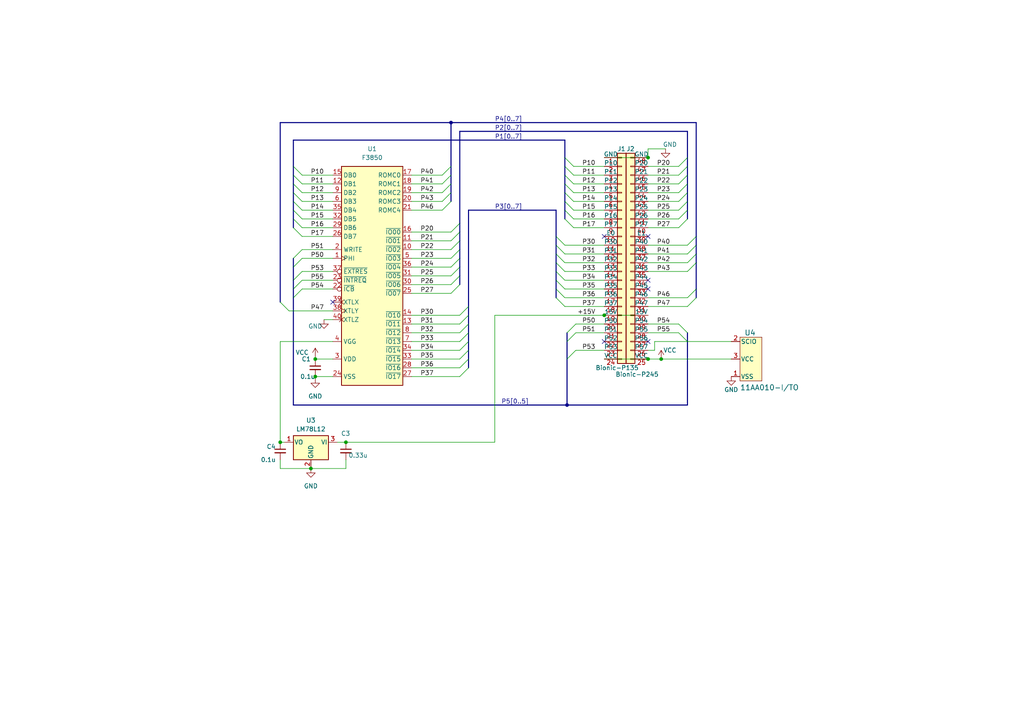
<source format=kicad_sch>
(kicad_sch (version 20230121) (generator eeschema)
  (paper "A4")
  (title_block (title "BionicF3850") (date "2024-03-15") (rev "4") (company "Tadashi G. Takaoka"))
  (lib_symbols
    (symbol "0-LocalLibrary:11AA010-I_TO" (pin_names (offset 0.254))
      (property "Reference" "U" (at 2.54 1.27 0))
      (property "Value" "11AA010-I/TO" (at 3.81 -13.97 0))
      (symbol "11AA010-I_TO_1_1"
        (rectangle (start 0 0) (end 6.35 -12.7) (fill (type background)))
        (pin power_in line (at -2.54 -11.43 0) (length 2.54) (name "VSS") (number "1"))
        (pin bidirectional line (at -2.54 -1.27 0) (length 2.54) (name "SCIO") (number "2"))
        (pin power_in line (at -2.54 -6.35 0) (length 2.54) (name "VCC") (number "3"))
      )
    )
    (symbol "0-LocalLibrary:Bionic-P135" (pin_names (offset 0))
      (property "Reference" "J" (at 0 30.48 0))
      (property "Value" "Bionic-P135" (at -1.27 -33.02 0))
      (symbol "Bionic-P135_1_1"
        (rectangle (start -1.27 -30.353) (end 0 -30.607) (stroke (width 0.1524)))
        (rectangle (start -1.27 -27.813) (end 0 -28.067) (stroke (width 0.1524)))
        (rectangle (start -1.27 -25.273) (end 0 -25.527) (stroke (width 0.1524)))
        (rectangle (start -1.27 -22.733) (end 0 -22.987) (stroke (width 0.1524)))
        (rectangle (start -1.27 -20.193) (end 0 -20.447) (stroke (width 0.1524)))
        (rectangle (start -1.27 -17.653) (end 0 -17.907) (stroke (width 0.1524)))
        (rectangle (start -1.27 -15.113) (end 0 -15.367) (stroke (width 0.1524)))
        (rectangle (start -1.27 -12.573) (end 0 -12.827) (stroke (width 0.1524)))
        (rectangle (start -1.27 -10.033) (end 0 -10.287) (stroke (width 0.1524)))
        (rectangle (start -1.27 -7.493) (end 0 -7.747) (stroke (width 0.1524)))
        (rectangle (start -1.27 -4.953) (end 0 -5.207) (stroke (width 0.1524)))
        (rectangle (start -1.27 -2.413) (end 0 -2.667) (stroke (width 0.1524)))
        (rectangle (start -1.27 0.127) (end 0 -0.127) (stroke (width 0.1524)))
        (rectangle (start -1.27 2.667) (end 0 2.413) (stroke (width 0.1524)))
        (rectangle (start -1.27 5.207) (end 0 4.953) (stroke (width 0.1524)))
        (rectangle (start -1.27 7.747) (end 0 7.493) (stroke (width 0.1524)))
        (rectangle (start -1.27 10.287) (end 0 10.033) (stroke (width 0.1524)))
        (rectangle (start -1.27 12.827) (end 0 12.573) (stroke (width 0.1524)))
        (rectangle (start -1.27 15.367) (end 0 15.113) (stroke (width 0.1524)))
        (rectangle (start -1.27 17.907) (end 0 17.653) (stroke (width 0.1524)))
        (rectangle (start -1.27 20.447) (end 0 20.193) (stroke (width 0.1524)))
        (rectangle (start -1.27 22.987) (end 0 22.733) (stroke (width 0.1524)))
        (rectangle (start -1.27 25.527) (end 0 25.273) (stroke (width 0.1524)))
        (rectangle (start -1.27 28.067) (end 0 27.813) (stroke (width 0.1524)))
        (rectangle (start -1.27 29.21) (end 1.27 -31.75) (stroke (width 0.254)) (fill (type background)))
        (pin power_out line (at -5.08 27.94 0) (length 3.81) (name "GND") (number "1"))
        (pin bidirectional line (at -5.08 5.08 0) (length 3.81) (name "E0") (number "10"))
        (pin bidirectional line (at -5.08 2.54 0) (length 3.81) (name "P30") (number "11"))
        (pin bidirectional line (at -5.08 0 0) (length 3.81) (name "P31") (number "12"))
        (pin bidirectional line (at -5.08 -2.54 0) (length 3.81) (name "P32") (number "13"))
        (pin bidirectional line (at -5.08 -5.08 0) (length 3.81) (name "P33") (number "14"))
        (pin bidirectional line (at -5.08 -7.62 0) (length 3.81) (name "P34") (number "15"))
        (pin bidirectional line (at -5.08 -10.16 0) (length 3.81) (name "P35") (number "16"))
        (pin bidirectional line (at -5.08 -12.7 0) (length 3.81) (name "P36") (number "17"))
        (pin bidirectional line (at -5.08 -15.24 0) (length 3.81) (name "P37") (number "18"))
        (pin power_out line (at -5.08 -17.78 0) (length 3.81) (name "15V") (number "19"))
        (pin bidirectional line (at -5.08 25.4 0) (length 3.81) (name "P10") (number "2"))
        (pin bidirectional line (at -5.08 -20.32 0) (length 3.81) (name "P50") (number "20"))
        (pin bidirectional line (at -5.08 -22.86 0) (length 3.81) (name "P51") (number "21"))
        (pin bidirectional line (at -5.08 -25.4 0) (length 3.81) (name "P52") (number "22"))
        (pin bidirectional line (at -5.08 -27.94 0) (length 3.81) (name "P53") (number "23"))
        (pin power_out line (at -5.08 -30.48 0) (length 3.81) (name "VCC") (number "24"))
        (pin bidirectional line (at -5.08 22.86 0) (length 3.81) (name "P11") (number "3"))
        (pin bidirectional line (at -5.08 20.32 0) (length 3.81) (name "P12") (number "4"))
        (pin bidirectional line (at -5.08 17.78 0) (length 3.81) (name "P13") (number "5"))
        (pin bidirectional line (at -5.08 15.24 0) (length 3.81) (name "P14") (number "6"))
        (pin bidirectional line (at -5.08 12.7 0) (length 3.81) (name "P15") (number "7"))
        (pin bidirectional line (at -5.08 10.16 0) (length 3.81) (name "P16") (number "8"))
        (pin bidirectional line (at -5.08 7.62 0) (length 3.81) (name "P17") (number "9"))
      )
    )
    (symbol "0-LocalLibrary:Bionic-P245" (pin_names (offset 0))
      (property "Reference" "J" (at -3.81 30.48 0))
      (property "Value" "Bionic-P245" (at -1.27 -33.02 0))
      (symbol "Bionic-P245_1_1"
        (rectangle (start -5.08 -31.75) (end -2.54 29.21) (stroke (width 0.254)) (fill (type background)))
        (rectangle (start -3.81 -30.607) (end -2.54 -30.353) (stroke (width 0.1524)))
        (rectangle (start -3.81 -28.067) (end -2.54 -27.813) (stroke (width 0.1524)))
        (rectangle (start -3.81 -25.527) (end -2.54 -25.273) (stroke (width 0.1524)))
        (rectangle (start -3.81 -22.987) (end -2.54 -22.733) (stroke (width 0.1524)))
        (rectangle (start -3.81 -20.447) (end -2.54 -20.193) (stroke (width 0.1524)))
        (rectangle (start -3.81 -17.907) (end -2.54 -17.653) (stroke (width 0.1524)))
        (rectangle (start -3.81 -15.367) (end -2.54 -15.113) (stroke (width 0.1524)))
        (rectangle (start -3.81 -12.827) (end -2.54 -12.573) (stroke (width 0.1524)))
        (rectangle (start -3.81 -10.287) (end -2.54 -10.033) (stroke (width 0.1524)))
        (rectangle (start -3.81 -7.747) (end -2.54 -7.493) (stroke (width 0.1524)))
        (rectangle (start -3.81 -5.207) (end -2.54 -4.953) (stroke (width 0.1524)))
        (rectangle (start -3.81 -2.667) (end -2.54 -2.413) (stroke (width 0.1524)))
        (rectangle (start -3.81 -0.127) (end -2.54 0.127) (stroke (width 0.1524)))
        (rectangle (start -3.81 2.413) (end -2.54 2.667) (stroke (width 0.1524)))
        (rectangle (start -3.81 4.953) (end -2.54 5.207) (stroke (width 0.1524)))
        (rectangle (start -3.81 7.493) (end -2.54 7.747) (stroke (width 0.1524)))
        (rectangle (start -3.81 10.033) (end -2.54 10.287) (stroke (width 0.1524)))
        (rectangle (start -3.81 12.573) (end -2.54 12.827) (stroke (width 0.1524)))
        (rectangle (start -3.81 15.113) (end -2.54 15.367) (stroke (width 0.1524)))
        (rectangle (start -3.81 17.653) (end -2.54 17.907) (stroke (width 0.1524)))
        (rectangle (start -3.81 20.193) (end -2.54 20.447) (stroke (width 0.1524)))
        (rectangle (start -3.81 22.733) (end -2.54 22.987) (stroke (width 0.1524)))
        (rectangle (start -3.81 25.273) (end -2.54 25.527) (stroke (width 0.1524)))
        (rectangle (start -3.81 27.813) (end -2.54 28.067) (stroke (width 0.1524)))
        (pin power_in line (at 1.27 -30.48 180) (length 3.81) (name "VCC") (number "25"))
        (pin bidirectional line (at 1.27 -27.94 180) (length 3.81) (name "P57") (number "26"))
        (pin bidirectional line (at 1.27 -25.4 180) (length 3.81) (name "P56") (number "27"))
        (pin bidirectional line (at 1.27 -22.86 180) (length 3.81) (name "P55") (number "28"))
        (pin bidirectional line (at 1.27 -20.32 180) (length 3.81) (name "P54") (number "29"))
        (pin power_in line (at 1.27 -17.78 180) (length 3.81) (name "15V") (number "30"))
        (pin bidirectional line (at 1.27 -15.24 180) (length 3.81) (name "P47") (number "31"))
        (pin bidirectional line (at 1.27 -12.7 180) (length 3.81) (name "P46") (number "32"))
        (pin bidirectional line (at 1.27 -10.16 180) (length 3.81) (name "P45") (number "33"))
        (pin bidirectional line (at 1.27 -7.62 180) (length 3.81) (name "P44") (number "34"))
        (pin bidirectional line (at 1.27 -5.08 180) (length 3.81) (name "P43") (number "35"))
        (pin bidirectional line (at 1.27 -2.54 180) (length 3.81) (name "P42") (number "36"))
        (pin bidirectional line (at 1.27 0 180) (length 3.81) (name "P41") (number "37"))
        (pin bidirectional line (at 1.27 2.54 180) (length 3.81) (name "P40") (number "38"))
        (pin bidirectional line (at 1.27 5.08 180) (length 3.81) (name "E1") (number "39"))
        (pin bidirectional line (at 1.27 7.62 180) (length 3.81) (name "P27") (number "40"))
        (pin bidirectional line (at 1.27 10.16 180) (length 3.81) (name "P26") (number "41"))
        (pin bidirectional line (at 1.27 12.7 180) (length 3.81) (name "P25") (number "42"))
        (pin bidirectional line (at 1.27 15.24 180) (length 3.81) (name "P24") (number "43"))
        (pin bidirectional line (at 1.27 17.78 180) (length 3.81) (name "P23") (number "44"))
        (pin bidirectional line (at 1.27 20.32 180) (length 3.81) (name "P22") (number "45"))
        (pin bidirectional line (at 1.27 22.86 180) (length 3.81) (name "P21") (number "46"))
        (pin bidirectional line (at 1.27 25.4 180) (length 3.81) (name "P20") (number "47"))
        (pin power_in line (at 1.27 27.94 180) (length 3.81) (name "GND") (number "48"))
      )
    )
    (symbol "0-LocalLibrary:F3850"
      (property "Reference" "U" (at -1.27 31.75 0))
      (property "Value" "F3850" (at 0 -3.81 90))
      (symbol "F3850_0_0"
        (pin bidirectional line (at 11.43 -6.35 180) (length 2.54) (name "~{IO07}") (number "25"))
        (pin input inverted (at -11.43 0 0) (length 2.54) (name "~{EXTRES}") (number "37"))
        (pin input clock (at -11.43 -11.43 0) (length 2.54) (name "XTLY") (number "38"))
      )
      (symbol "F3850_0_1"
        (rectangle (start -8.89 30.48) (end 8.89 -33.02) (stroke (width 0.254)) (fill (type background)))
      )
      (symbol "F3850_1_1"
        (pin output clock (at -11.43 3.81 0) (length 2.54) (name "PHI") (number "1"))
        (pin bidirectional line (at 11.43 6.35 180) (length 2.54) (name "~{IO02}") (number "10"))
        (pin bidirectional line (at 11.43 8.89 180) (length 2.54) (name "~{IO01}") (number "11"))
        (pin bidirectional line (at -11.43 25.4 0) (length 2.54) (name "DB1") (number "12"))
        (pin bidirectional line (at 11.43 -15.24 180) (length 2.54) (name "~{IO11}") (number "13"))
        (pin bidirectional line (at 11.43 -12.7 180) (length 2.54) (name "~{IO10}") (number "14"))
        (pin bidirectional line (at -11.43 27.94 0) (length 2.54) (name "DB0") (number "15"))
        (pin bidirectional line (at 11.43 11.43 180) (length 2.54) (name "~{IO00}") (number "16"))
        (pin output line (at 11.43 27.94 180) (length 2.54) (name "ROMC0") (number "17"))
        (pin output line (at 11.43 25.4 180) (length 2.54) (name "ROMC1") (number "18"))
        (pin output line (at 11.43 22.86 180) (length 2.54) (name "ROMC2") (number "19"))
        (pin output line (at -11.43 6.35 0) (length 2.54) (name "WRITE") (number "2"))
        (pin output line (at 11.43 20.32 180) (length 2.54) (name "ROMC3") (number "20"))
        (pin output line (at 11.43 17.78 180) (length 2.54) (name "ROMC4") (number "21"))
        (pin output inverted (at -11.43 -5.08 0) (length 2.54) (name "~{ICB}") (number "22"))
        (pin input inverted (at -11.43 -2.54 0) (length 2.54) (name "~{INTREQ}") (number "23"))
        (pin power_in line (at -11.43 -30.48 0) (length 2.54) (name "VSS") (number "24"))
        (pin bidirectional line (at -11.43 10.16 0) (length 2.54) (name "DB7") (number "26"))
        (pin bidirectional line (at 11.43 -30.48 180) (length 2.54) (name "~{IO17}") (number "27"))
        (pin bidirectional line (at 11.43 -27.94 180) (length 2.54) (name "~{IO16}") (number "28"))
        (pin bidirectional line (at -11.43 12.7 0) (length 2.54) (name "DB6") (number "29"))
        (pin power_in line (at -11.43 -25.4 0) (length 2.54) (name "VDD") (number "3"))
        (pin bidirectional line (at 11.43 -3.81 180) (length 2.54) (name "~{IO06}") (number "30"))
        (pin bidirectional line (at 11.43 -1.27 180) (length 2.54) (name "~{IO05}") (number "31"))
        (pin bidirectional line (at -11.43 15.24 0) (length 2.54) (name "DB5") (number "32"))
        (pin bidirectional line (at 11.43 -25.4 180) (length 2.54) (name "~{IO15}") (number "33"))
        (pin bidirectional line (at 11.43 -22.86 180) (length 2.54) (name "~{IO14}") (number "34"))
        (pin bidirectional line (at -11.43 17.78 0) (length 2.54) (name "DB4") (number "35"))
        (pin bidirectional line (at 11.43 1.27 180) (length 2.54) (name "~{IO04}") (number "36"))
        (pin input non_logic (at -11.43 -8.89 0) (length 2.54) (name "XTLX") (number "39"))
        (pin power_in line (at -11.43 -20.32 0) (length 2.54) (name "VGG") (number "4"))
        (pin input non_logic (at -11.43 -13.97 0) (length 2.54) (name "XTLZ") (number "40"))
        (pin bidirectional line (at 11.43 3.81 180) (length 2.54) (name "~{IO03}") (number "5"))
        (pin bidirectional line (at -11.43 20.32 0) (length 2.54) (name "DB3") (number "6"))
        (pin bidirectional line (at 11.43 -20.32 180) (length 2.54) (name "~{IO13}") (number "7"))
        (pin bidirectional line (at 11.43 -17.78 180) (length 2.54) (name "~{IO12}") (number "8"))
        (pin bidirectional line (at -11.43 22.86 0) (length 2.54) (name "DB2") (number "9"))
      )
    )
    (symbol "Device:C_Small" (pin_numbers hide) (pin_names (offset 0.254) hide)
      (property "Reference" "C" (at 0.254 1.778 0))
      (property "Value" "C_Small" (at 0.254 -2.032 0))
      (symbol "C_Small_0_1"
        (polyline (pts (xy -1.524 -0.508) (xy 1.524 -0.508)) (stroke (width 0.3302)))
        (polyline (pts (xy -1.524 0.508) (xy 1.524 0.508)) (stroke (width 0.3048)))
      )
      (symbol "C_Small_1_1"
        (pin passive line (at 0 2.54 270) (length 2.032) (name "~") (number "1"))
        (pin passive line (at 0 -2.54 90) (length 2.032) (name "~") (number "2"))
      )
    )
    (symbol "Regulator_Linear:L78L12_TO92" (pin_names (offset 0.254))
      (property "Reference" "U" (at -3.81 3.175 0))
      (property "Value" "L78L12_TO92" (at 0 3.175 0))
      (symbol "L78L12_TO92_0_1"
        (rectangle (start -5.08 -5.08) (end 5.08 1.905) (stroke (width 0.254)) (fill (type background)))
      )
      (symbol "L78L12_TO92_1_1"
        (pin power_out line (at 7.62 0 180) (length 2.54) (name "VO") (number "1"))
        (pin power_in line (at 0 -7.62 90) (length 2.54) (name "GND") (number "2"))
        (pin power_in line (at -7.62 0 0) (length 2.54) (name "VI") (number "3"))
      )
    )
    (symbol "power:GND" (power) (pin_names (offset 0))
      (property "Value" "GND" (at 0 -3.81 0))
      (symbol "GND_0_1"
        (polyline (pts (xy 0 0) (xy 0 -1.27) (xy 1.27 -1.27) (xy 0 -2.54) (xy -1.27 -1.27) (xy 0 -1.27)))
      )
      (symbol "GND_1_1"
        (pin power_in line (at 0 0 270) (length 0) hide (name "GND") (number "1"))
      )
    )
    (symbol "power:VCC" (power) (pin_names (offset 0))
      (property "Value" "VCC" (at 0 3.81 0))
      (symbol "VCC_0_1"
        (polyline (pts (xy -0.762 1.27) (xy 0 2.54)))
        (polyline (pts (xy 0 0) (xy 0 2.54)))
        (polyline (pts (xy 0 2.54) (xy 0.762 1.27)))
      )
      (symbol "VCC_1_1"
        (pin power_in line (at 0 0 90) (length 0) hide (name "VCC") (number "1"))
      )
    )
  )
  (junction (at 130.81 35.56))
  (junction (at 164.465 117.475))
  (junction (at 187.96 104.14))
  (junction (at 90.17 135.89))
  (junction (at 175.26 91.44))
  (junction (at 191.77 104.14))
  (junction (at 100.33 128.27))
  (junction (at 81.28 128.27))
  (junction (at 91.44 109.22))
  (junction (at 187.96 45.72))
  (junction (at 91.44 104.14))
  (no_connect (at 187.96 99.06))
  (no_connect (at 187.96 81.28))
  (no_connect (at 96.52 87.63))
  (no_connect (at 187.96 83.82))
  (no_connect (at 187.96 68.58))
  (no_connect (at 175.26 68.58))
  (no_connect (at 175.26 99.06))
  (bus_entry (at 166.37 66.04) (size -2.54 -2.54))
  (bus_entry (at 161.29 73.66) (size 2.54 2.54))
  (bus_entry (at 167.005 101.6) (size -2.54 2.54))
  (bus_entry (at 199.39 45.72) (size -2.54 2.54))
  (bus_entry (at 130.81 55.88) (size -2.54 2.54))
  (bus_entry (at 201.93 86.36) (size -2.54 2.54))
  (bus_entry (at 167.005 93.98) (size -2.54 2.54))
  (bus_entry (at 87.63 74.93) (size -2.54 2.54))
  (bus_entry (at 87.63 63.5) (size -2.54 -2.54))
  (bus_entry (at 135.89 88.9) (size -2.54 2.54))
  (bus_entry (at 199.39 76.2) (size 2.54 -2.54))
  (bus_entry (at 87.63 58.42) (size -2.54 -2.54))
  (bus_entry (at 161.29 83.82) (size 2.54 2.54))
  (bus_entry (at 201.93 68.58) (size -2.54 2.54))
  (bus_entry (at 130.81 48.26) (size -2.54 2.54))
  (bus_entry (at 135.89 99.06) (size -2.54 2.54))
  (bus_entry (at 199.39 55.88) (size -2.54 2.54))
  (bus_entry (at 130.81 69.85) (size 2.54 -2.54))
  (bus_entry (at 135.89 96.52) (size -2.54 2.54))
  (bus_entry (at 87.63 83.82) (size -2.54 2.54))
  (bus_entry (at 161.29 68.58) (size 2.54 2.54))
  (bus_entry (at 199.39 48.26) (size -2.54 2.54))
  (bus_entry (at 161.29 86.36) (size 2.54 2.54))
  (bus_entry (at 87.63 78.74) (size -2.54 2.54))
  (bus_entry (at 87.63 53.34) (size -2.54 -2.54))
  (bus_entry (at 167.005 96.52) (size -2.54 2.54))
  (bus_entry (at 166.37 48.26) (size -2.54 -2.54))
  (bus_entry (at 166.37 50.8) (size -2.54 -2.54))
  (bus_entry (at 130.81 77.47) (size 2.54 -2.54))
  (bus_entry (at 196.85 93.98) (size 2.54 2.54))
  (bus_entry (at 199.39 86.36) (size 2.54 -2.54))
  (bus_entry (at 199.39 78.74) (size 2.54 -2.54))
  (bus_entry (at 196.85 96.52) (size 2.54 2.54))
  (bus_entry (at 201.93 71.12) (size -2.54 2.54))
  (bus_entry (at 130.81 53.34) (size -2.54 2.54))
  (bus_entry (at 87.63 81.28) (size -2.54 2.54))
  (bus_entry (at 161.29 78.74) (size 2.54 2.54))
  (bus_entry (at 166.37 55.88) (size -2.54 -2.54))
  (bus_entry (at 199.39 60.96) (size -2.54 2.54))
  (bus_entry (at 130.81 80.01) (size 2.54 -2.54))
  (bus_entry (at 87.63 72.39) (size -2.54 2.54))
  (bus_entry (at 87.63 66.04) (size -2.54 -2.54))
  (bus_entry (at 199.39 50.8) (size -2.54 2.54))
  (bus_entry (at 130.81 58.42) (size -2.54 2.54))
  (bus_entry (at 87.63 60.96) (size -2.54 -2.54))
  (bus_entry (at 87.63 50.8) (size -2.54 -2.54))
  (bus_entry (at 161.29 81.28) (size 2.54 2.54))
  (bus_entry (at 133.35 106.68) (size 2.54 -2.54))
  (bus_entry (at 166.37 58.42) (size -2.54 -2.54))
  (bus_entry (at 196.85 60.96) (size 2.54 -2.54))
  (bus_entry (at 133.35 72.39) (size -2.54 2.54))
  (bus_entry (at 161.29 71.12) (size 2.54 2.54))
  (bus_entry (at 161.29 76.2) (size 2.54 2.54))
  (bus_entry (at 133.35 104.14) (size 2.54 -2.54))
  (bus_entry (at 135.89 93.98) (size -2.54 2.54))
  (bus_entry (at 199.39 53.34) (size -2.54 2.54))
  (bus_entry (at 130.81 72.39) (size 2.54 -2.54))
  (bus_entry (at 166.37 53.34) (size -2.54 -2.54))
  (bus_entry (at 130.81 67.31) (size 2.54 -2.54))
  (bus_entry (at 87.63 55.88) (size -2.54 -2.54))
  (bus_entry (at 130.81 50.8) (size -2.54 2.54))
  (bus_entry (at 166.37 60.96) (size -2.54 -2.54))
  (bus_entry (at 133.35 109.22) (size 2.54 -2.54))
  (bus_entry (at 199.39 63.5) (size -2.54 2.54))
  (bus_entry (at 135.89 91.44) (size -2.54 2.54))
  (bus_entry (at 166.37 63.5) (size -2.54 -2.54))
  (bus_entry (at 133.35 82.55) (size -2.54 2.54))
  (bus_entry (at 133.35 80.01) (size -2.54 2.54))
  (bus_entry (at 87.63 68.58) (size -2.54 -2.54))
  (bus_entry (at 81.28 87.63) (size 2.54 2.54))
  (wire (pts (xy 87.63 74.93) (xy 96.52 74.93)))
  (bus (pts (xy 201.93 83.82) (xy 201.93 86.36)))
  (wire (pts (xy 175.26 91.44) (xy 143.51 91.44)))
  (wire (pts (xy 187.96 101.6) (xy 189.865 101.6)))
  (wire (pts (xy 119.38 85.09) (xy 130.81 85.09)))
  (bus (pts (xy 163.83 45.72) (xy 163.83 48.26)))
  (bus (pts (xy 135.89 88.9) (xy 135.89 91.44)))
  (wire (pts (xy 187.96 43.18) (xy 193.04 43.18)))
  (wire (pts (xy 96.52 66.04) (xy 87.63 66.04)))
  (wire (pts (xy 96.52 55.88) (xy 87.63 55.88)))
  (bus (pts (xy 135.89 93.98) (xy 135.89 96.52)))
  (wire (pts (xy 100.33 135.89) (xy 90.17 135.89)))
  (bus (pts (xy 161.29 73.66) (xy 161.29 76.2)))
  (wire (pts (xy 119.38 72.39) (xy 130.81 72.39)))
  (wire (pts (xy 143.51 91.44) (xy 143.51 128.27)))
  (wire (pts (xy 187.96 55.88) (xy 196.85 55.88)))
  (wire (pts (xy 175.26 63.5) (xy 166.37 63.5)))
  (wire (pts (xy 119.38 91.44) (xy 133.35 91.44)))
  (wire (pts (xy 187.96 60.96) (xy 196.85 60.96)))
  (bus (pts (xy 161.29 78.74) (xy 161.29 81.28)))
  (wire (pts (xy 96.52 68.58) (xy 87.63 68.58)))
  (bus (pts (xy 85.09 86.36) (xy 85.09 117.475)))
  (bus (pts (xy 135.89 104.14) (xy 135.89 106.68)))
  (bus (pts (xy 133.35 72.39) (xy 133.35 74.93)))
  (wire (pts (xy 119.38 58.42) (xy 128.27 58.42)))
  (wire (pts (xy 100.33 133.35) (xy 100.33 135.89)))
  (bus (pts (xy 135.89 99.06) (xy 135.89 101.6)))
  (bus (pts (xy 201.93 76.2) (xy 201.93 83.82)))
  (wire (pts (xy 130.81 82.55) (xy 119.38 82.55)))
  (wire (pts (xy 96.52 53.34) (xy 87.63 53.34)))
  (wire (pts (xy 119.38 69.85) (xy 130.81 69.85)))
  (bus (pts (xy 133.35 74.93) (xy 133.35 77.47)))
  (wire (pts (xy 163.83 76.2) (xy 175.26 76.2)))
  (wire (pts (xy 87.63 72.39) (xy 96.52 72.39)))
  (bus (pts (xy 161.29 71.12) (xy 161.29 73.66)))
  (wire (pts (xy 187.96 48.26) (xy 196.85 48.26)))
  (wire (pts (xy 175.26 60.96) (xy 166.37 60.96)))
  (wire (pts (xy 96.52 99.06) (xy 81.28 99.06)))
  (wire (pts (xy 187.96 78.74) (xy 199.39 78.74)))
  (wire (pts (xy 81.28 133.35) (xy 81.28 135.89)))
  (wire (pts (xy 187.96 50.8) (xy 196.85 50.8)))
  (wire (pts (xy 175.26 53.34) (xy 166.37 53.34)))
  (wire (pts (xy 87.63 83.82) (xy 96.52 83.82)))
  (bus (pts (xy 163.83 48.26) (xy 163.83 50.8)))
  (wire (pts (xy 187.96 43.18) (xy 187.96 45.72)))
  (wire (pts (xy 189.865 101.6) (xy 189.865 99.06)))
  (bus (pts (xy 130.81 53.34) (xy 130.81 55.88)))
  (wire (pts (xy 163.83 86.36) (xy 175.26 86.36)))
  (bus (pts (xy 199.39 96.52) (xy 199.39 99.06)))
  (bus (pts (xy 164.465 117.475) (xy 199.39 117.475)))
  (bus (pts (xy 163.83 55.88) (xy 163.83 58.42)))
  (wire (pts (xy 119.38 104.14) (xy 133.35 104.14)))
  (wire (pts (xy 119.38 74.93) (xy 130.81 74.93)))
  (wire (pts (xy 187.96 76.2) (xy 199.39 76.2)))
  (bus (pts (xy 85.09 77.47) (xy 85.09 81.28)))
  (wire (pts (xy 119.38 80.01) (xy 130.81 80.01)))
  (bus (pts (xy 201.93 35.56) (xy 201.93 68.58)))
  (bus (pts (xy 135.89 60.96) (xy 135.89 88.9)))
  (wire (pts (xy 175.26 66.04) (xy 166.37 66.04)))
  (wire (pts (xy 119.38 109.22) (xy 133.35 109.22)))
  (wire (pts (xy 167.005 101.6) (xy 175.26 101.6)))
  (wire (pts (xy 175.26 55.88) (xy 166.37 55.88)))
  (bus (pts (xy 163.83 50.8) (xy 163.83 53.34)))
  (bus (pts (xy 130.81 35.56) (xy 201.93 35.56)))
  (bus (pts (xy 199.39 45.72) (xy 199.39 48.26)))
  (wire (pts (xy 119.38 60.96) (xy 128.27 60.96)))
  (wire (pts (xy 119.38 55.88) (xy 128.27 55.88)))
  (bus (pts (xy 85.09 40.64) (xy 85.09 48.26)))
  (wire (pts (xy 87.63 78.74) (xy 96.52 78.74)))
  (bus (pts (xy 161.29 81.28) (xy 161.29 83.82)))
  (bus (pts (xy 199.39 48.26) (xy 199.39 50.8)))
  (bus (pts (xy 201.93 68.58) (xy 201.93 71.12)))
  (wire (pts (xy 93.98 92.71) (xy 96.52 92.71)))
  (bus (pts (xy 135.89 91.44) (xy 135.89 93.98)))
  (bus (pts (xy 85.09 50.8) (xy 85.09 53.34)))
  (wire (pts (xy 167.005 93.98) (xy 175.26 93.98)))
  (bus (pts (xy 85.09 63.5) (xy 85.09 66.04)))
  (bus (pts (xy 199.39 60.96) (xy 199.39 63.5)))
  (bus (pts (xy 85.09 48.26) (xy 85.09 50.8)))
  (wire (pts (xy 119.38 67.31) (xy 130.81 67.31)))
  (wire (pts (xy 187.96 53.34) (xy 196.85 53.34)))
  (wire (pts (xy 191.77 104.14) (xy 212.09 104.14)))
  (wire (pts (xy 187.96 66.04) (xy 196.85 66.04)))
  (wire (pts (xy 187.96 93.98) (xy 196.85 93.98)))
  (bus (pts (xy 130.81 35.56) (xy 81.28 35.56)))
  (wire (pts (xy 91.44 104.14) (xy 91.44 103.505)))
  (wire (pts (xy 96.52 60.96) (xy 87.63 60.96)))
  (bus (pts (xy 201.93 71.12) (xy 201.93 73.66)))
  (wire (pts (xy 187.96 104.14) (xy 191.77 104.14)))
  (bus (pts (xy 133.35 67.31) (xy 133.35 69.85)))
  (bus (pts (xy 85.09 83.82) (xy 85.09 86.36)))
  (wire (pts (xy 175.26 45.72) (xy 187.96 45.72)))
  (wire (pts (xy 119.38 99.06) (xy 133.35 99.06)))
  (wire (pts (xy 163.83 83.82) (xy 175.26 83.82)))
  (bus (pts (xy 199.39 58.42) (xy 199.39 60.96)))
  (wire (pts (xy 119.38 93.98) (xy 133.35 93.98)))
  (bus (pts (xy 85.09 53.34) (xy 85.09 55.88)))
  (wire (pts (xy 100.33 128.27) (xy 143.51 128.27)))
  (wire (pts (xy 119.38 106.68) (xy 133.35 106.68)))
  (wire (pts (xy 119.38 77.47) (xy 130.81 77.47)))
  (bus (pts (xy 133.35 64.77) (xy 133.35 67.31)))
  (wire (pts (xy 175.26 48.26) (xy 166.37 48.26)))
  (wire (pts (xy 96.52 58.42) (xy 87.63 58.42)))
  (bus (pts (xy 133.35 80.01) (xy 133.35 82.55)))
  (wire (pts (xy 163.83 71.12) (xy 175.26 71.12)))
  (wire (pts (xy 187.96 71.12) (xy 199.39 71.12)))
  (wire (pts (xy 82.55 128.27) (xy 81.28 128.27)))
  (bus (pts (xy 130.81 48.26) (xy 130.81 50.8)))
  (bus (pts (xy 164.465 104.14) (xy 164.465 117.475)))
  (bus (pts (xy 85.09 55.88) (xy 85.09 58.42)))
  (bus (pts (xy 135.89 96.52) (xy 135.89 99.06)))
  (bus (pts (xy 199.39 38.1) (xy 199.39 45.72)))
  (wire (pts (xy 199.39 99.06) (xy 212.09 99.06)))
  (wire (pts (xy 96.52 63.5) (xy 87.63 63.5)))
  (bus (pts (xy 201.93 73.66) (xy 201.93 76.2)))
  (bus (pts (xy 161.29 76.2) (xy 161.29 78.74)))
  (bus (pts (xy 135.89 101.6) (xy 135.89 104.14)))
  (bus (pts (xy 130.81 50.8) (xy 130.81 53.34)))
  (wire (pts (xy 163.83 81.28) (xy 175.26 81.28)))
  (bus (pts (xy 161.29 60.96) (xy 161.29 68.58)))
  (wire (pts (xy 187.96 73.66) (xy 199.39 73.66)))
  (wire (pts (xy 81.28 135.89) (xy 90.17 135.89)))
  (bus (pts (xy 135.89 60.96) (xy 161.29 60.96)))
  (bus (pts (xy 81.28 35.56) (xy 81.28 87.63)))
  (bus (pts (xy 85.09 81.28) (xy 85.09 83.82)))
  (bus (pts (xy 164.465 96.52) (xy 164.465 99.06)))
  (bus (pts (xy 161.29 83.82) (xy 161.29 86.36)))
  (bus (pts (xy 85.09 58.42) (xy 85.09 60.96)))
  (bus (pts (xy 133.35 38.1) (xy 199.39 38.1)))
  (wire (pts (xy 175.26 104.14) (xy 187.96 104.14)))
  (wire (pts (xy 163.83 73.66) (xy 175.26 73.66)))
  (wire (pts (xy 189.865 99.06) (xy 199.39 99.06)))
  (bus (pts (xy 85.09 40.64) (xy 163.83 40.64)))
  (bus (pts (xy 85.09 74.93) (xy 85.09 77.47)))
  (bus (pts (xy 164.465 99.06) (xy 164.465 104.14)))
  (wire (pts (xy 187.96 63.5) (xy 196.85 63.5)))
  (bus (pts (xy 163.83 58.42) (xy 163.83 60.96)))
  (bus (pts (xy 133.35 77.47) (xy 133.35 80.01)))
  (bus (pts (xy 161.29 68.58) (xy 161.29 71.12)))
  (wire (pts (xy 100.33 128.27) (xy 97.79 128.27)))
  (bus (pts (xy 199.39 55.88) (xy 199.39 58.42)))
  (bus (pts (xy 199.39 99.06) (xy 199.39 117.475)))
  (wire (pts (xy 187.96 86.36) (xy 199.39 86.36)))
  (wire (pts (xy 175.26 50.8) (xy 166.37 50.8)))
  (bus (pts (xy 163.83 60.96) (xy 163.83 63.5)))
  (bus (pts (xy 163.83 40.64) (xy 163.83 45.72)))
  (wire (pts (xy 119.38 96.52) (xy 133.35 96.52)))
  (wire (pts (xy 91.44 109.22) (xy 96.52 109.22)))
  (bus (pts (xy 133.35 69.85) (xy 133.35 72.39)))
  (wire (pts (xy 163.83 88.9) (xy 175.26 88.9)))
  (bus (pts (xy 130.81 55.88) (xy 130.81 58.42)))
  (bus (pts (xy 85.09 60.96) (xy 85.09 63.5)))
  (wire (pts (xy 87.63 81.28) (xy 96.52 81.28)))
  (wire (pts (xy 83.82 90.17) (xy 96.52 90.17)))
  (wire (pts (xy 187.96 96.52) (xy 196.85 96.52)))
  (wire (pts (xy 187.96 88.9) (xy 199.39 88.9)))
  (wire (pts (xy 119.38 53.34) (xy 128.27 53.34)))
  (bus (pts (xy 199.39 50.8) (xy 199.39 53.34)))
  (bus (pts (xy 163.83 53.34) (xy 163.83 55.88)))
  (wire (pts (xy 96.52 50.8) (xy 87.63 50.8)))
  (bus (pts (xy 133.35 38.1) (xy 133.35 64.77)))
  (wire (pts (xy 119.38 101.6) (xy 133.35 101.6)))
  (wire (pts (xy 175.26 91.44) (xy 187.96 91.44)))
  (wire (pts (xy 167.005 96.52) (xy 175.26 96.52)))
  (bus (pts (xy 85.09 117.475) (xy 164.465 117.475)))
  (wire (pts (xy 81.28 99.06) (xy 81.28 128.27)))
  (wire (pts (xy 119.38 50.8) (xy 128.27 50.8)))
  (wire (pts (xy 175.26 58.42) (xy 166.37 58.42)))
  (wire (pts (xy 91.44 109.855) (xy 91.44 109.22)))
  (wire (pts (xy 187.96 58.42) (xy 196.85 58.42)))
  (wire (pts (xy 163.83 78.74) (xy 175.26 78.74)))
  (bus (pts (xy 130.81 35.56) (xy 130.81 48.26)))
  (bus (pts (xy 199.39 53.34) (xy 199.39 55.88)))
  (wire (pts (xy 91.44 104.14) (xy 96.52 104.14)))
  (label "P26" (at 190.5 63.5 0))
  (label "P21" (at 121.92 69.85 0))
  (label "P42" (at 121.92 55.88 0))
  (label "P12" (at 93.98 55.88 180))
  (label "P3[0..7]" (at 143.51 60.96 0))
  (label "P22" (at 121.92 72.39 0))
  (label "P41" (at 190.5 73.66 0))
  (label "P55" (at 190.5 96.52 0))
  (label "P17" (at 172.72 66.04 180))
  (label "P35" (at 172.72 83.82 180))
  (label "P10" (at 93.98 50.8 180))
  (label "P24" (at 121.92 77.47 0))
  (label "P47" (at 93.98 90.17 180))
  (label "P17" (at 93.98 68.58 180))
  (label "P36" (at 172.72 86.36 180))
  (label "P27" (at 190.5 66.04 0))
  (label "P21" (at 190.5 50.8 0))
  (label "P46" (at 121.92 60.96 0))
  (label "P50" (at 172.72 93.98 180))
  (label "P2[0..7]" (at 143.51 38.1 0))
  (label "P16" (at 93.98 66.04 180))
  (label "P25" (at 190.5 60.96 0))
  (label "P40" (at 190.5 71.12 0))
  (label "P15" (at 172.72 60.96 180))
  (label "P41" (at 121.92 53.34 0))
  (label "+15V" (at 172.72 91.44 180))
  (label "P22" (at 190.5 53.34 0))
  (label "P46" (at 190.5 86.36 0))
  (label "P27" (at 121.92 85.09 0))
  (label "P4[0..7]" (at 143.51 35.56 0))
  (label "P13" (at 172.72 55.88 180))
  (label "P12" (at 172.72 53.34 180))
  (label "P34" (at 121.92 101.6 0))
  (label "P31" (at 121.92 93.98 0))
  (label "P23" (at 121.92 74.93 0))
  (label "P33" (at 121.92 99.06 0))
  (label "P13" (at 93.98 58.42 180))
  (label "P33" (at 172.72 78.74 180))
  (label "P53" (at 93.98 78.74 180))
  (label "P30" (at 172.72 71.12 180))
  (label "P37" (at 172.72 88.9 180))
  (label "P16" (at 172.72 63.5 180))
  (label "P25" (at 121.92 80.01 0))
  (label "P1[0..7]" (at 143.51 40.64 0))
  (label "P30" (at 121.92 91.44 0))
  (label "P35" (at 121.92 104.14 0))
  (label "P51" (at 93.98 72.39 180))
  (label "P11" (at 172.72 50.8 180))
  (label "P24" (at 190.5 58.42 0))
  (label "P55" (at 93.98 81.28 180))
  (label "P43" (at 190.5 78.74 0))
  (label "P20" (at 121.92 67.31 0))
  (label "P54" (at 93.98 83.82 180))
  (label "P50" (at 93.98 74.93 180))
  (label "P51" (at 172.72 96.52 180))
  (label "P34" (at 172.72 81.28 180))
  (label "P40" (at 121.92 50.8 0))
  (label "P36" (at 121.92 106.68 0))
  (label "P43" (at 121.92 58.42 0))
  (label "P32" (at 121.92 96.52 0))
  (label "P10" (at 172.72 48.26 180))
  (label "P14" (at 172.72 58.42 180))
  (label "P5[0..5]" (at 145.415 117.475 0))
  (label "P15" (at 93.98 63.5 180))
  (label "P54" (at 190.5 93.98 0))
  (label "P14" (at 93.98 60.96 180))
  (label "P31" (at 172.72 73.66 180))
  (label "P53" (at 172.72 101.6 180))
  (label "P37" (at 121.92 109.22 0))
  (label "P11" (at 93.98 53.34 180))
  (label "P20" (at 190.5 48.26 0))
  (label "P47" (at 190.5 88.9 0))
  (label "P42" (at 190.5 76.2 0))
  (label "P26" (at 121.92 82.55 0))
  (label "P32" (at 172.72 76.2 180))
  (label "P23" (at 190.5 55.88 0))
  (symbol (lib_id "Device:C_Small") (at 91.44 106.68 0) (mirror y) (unit 1)
    (property "Reference" "C1" (at 90.17 104.14 0) (effects (justify left)))
    (property "Value" "0.1u" (at 91.44 109.22 0) (effects (justify left)))
    (property "Footprint" "Capacitor_THT:C_Disc_D3.4mm_W2.1mm_P2.50mm" (effects hide))
  )
  (symbol (lib_id "0-LocalLibrary:Bionic-P135") (at 180.34 73.66 0) (unit 1)
    (property "Reference" "J1" (at 179.07 43.18 0) (effects (justify left)))
    (property "Value" "Bionic-P135" (at 172.72 106.68 0) (effects (justify left)))
    (property "Footprint" "connector:Bionic-P135_Vertical" (effects hide))
  )
  (symbol (lib_id "power:GND") (at 90.17 135.89 0) (mirror y) (unit 1)
    (property "Reference" "#PWR05" (effects hide))
    (property "Value" "GND" (at 90.17 140.97 0))
  )
  (symbol (lib_id "0-LocalLibrary:F3850") (at 107.95 78.74 0) (unit 1)
    (property "Reference" "U1" (at 107.95 43.18 0))
    (property "Value" "F3850" (at 107.95 45.72 0))
    (property "Footprint" "Package_DIP:DIP-40_W15.24mm" (effects hide))
    (property "Datasheet" "https://datasheetspdf.com/datasheet/F3850.html" (effects hide))
  )
  (symbol (lib_id "Device:C_Small") (at 81.28 130.81 0) (mirror y) (unit 1)
    (property "Reference" "C4" (at 80.01 129.54 0) (effects (justify left)))
    (property "Value" "0.1u" (at 80.01 133.35 0) (effects (justify left)))
    (property "Footprint" "Capacitor_THT:C_Disc_D3.4mm_W2.1mm_P2.50mm" (effects hide))
  )
  (symbol (lib_id "power:VCC") (at 91.44 103.505 0) (unit 1)
    (property "Reference" "#PWR03" (effects hide))
    (property "Value" "VCC" (at 87.63 102.235 0))
  )
  (symbol (lib_id "Device:C_Small") (at 100.33 130.81 0) (mirror y) (unit 1)
    (property "Reference" "C3" (at 101.6 125.73 0) (effects (justify left)))
    (property "Value" "0.33u" (at 106.68 132.08 0) (effects (justify left)))
    (property "Footprint" "Capacitor_THT:C_Disc_D3.4mm_W2.1mm_P2.50mm" (effects hide))
  )
  (symbol (lib_id "power:GND") (at 93.98 92.71 0) (unit 1)
    (property "Reference" "#PWR02" (effects hide))
    (property "Value" "GND" (at 91.44 94.615 0))
  )
  (symbol (lib_id "power:GND") (at 212.09 109.22 0) (unit 1)
    (property "Reference" "#PWR07" (effects hide))
    (property "Value" "GND" (at 212.09 113.03 0))
  )
  (symbol (lib_id "power:VCC") (at 191.77 104.14 0) (unit 1)
    (property "Reference" "#PWR04" (effects hide))
    (property "Value" "VCC" (at 194.31 101.6 0))
  )
  (symbol (lib_id "Regulator_Linear:L78L12_TO92") (at 90.17 128.27 0) (mirror y) (unit 1)
    (property "Reference" "U3" (at 90.17 121.92 0))
    (property "Value" "LM78L12" (at 90.17 124.46 0))
    (property "Footprint" "Package_TO_SOT_THT:TO-92_Inline" (effects hide))
    (property "Datasheet" "http://www.st.com/content/ccc/resource/technical/document/datasheet/15/55/e5/aa/23/5b/43/fd/CD00000446.pdf/files/CD00000446.pdf/jcr:content/translations/en.CD00000446.pdf" (effects hide))
  )
  (symbol (lib_id "power:GND") (at 91.44 109.855 0) (unit 1)
    (property "Reference" "#PWR012" (effects hide))
    (property "Value" "GND" (at 91.44 114.935 0))
  )
  (symbol (lib_id "power:GND") (at 193.04 43.18 0) (unit 1)
    (property "Reference" "#PWR01" (effects hide))
    (property "Value" "GND" (at 194.31 41.91 0))
  )
  (symbol (lib_id "0-LocalLibrary:Bionic-P245") (at 186.69 73.66 0) (unit 1)
    (property "Reference" "J2" (at 182.88 43.18 0))
    (property "Value" "Bionic-P245" (at 184.785 108.585 0))
    (property "Footprint" "connector:Bionic-P245_Vertical" (effects hide))
  )
  (symbol (lib_id "0-LocalLibrary:11AA010-I_TO") (at 214.63 97.79 0) (unit 1)
    (property "Reference" "U4" (at 215.9 96.52 0) (effects (font (size 1.524 1.524)) (justify left)))
    (property "Value" "11AA010-I/TO" (at 214.63 112.395 0) (effects (font (size 1.524 1.524)) (justify left)))
    (property "Footprint" "TO-92_MC_MCH" (effects hide))
    (property "Datasheet" "11AA010-I/TO" (effects hide))
  )
)
</source>
